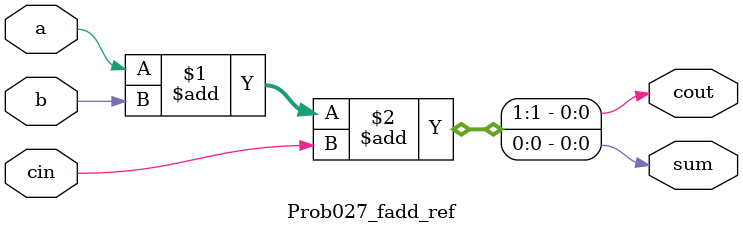
<source format=sv>

module Prob027_fadd_ref (
  input a,
  input b,
  input cin,
  output cout,
  output sum
);

  assign {cout, sum} = a+b+cin;

endmodule


</source>
